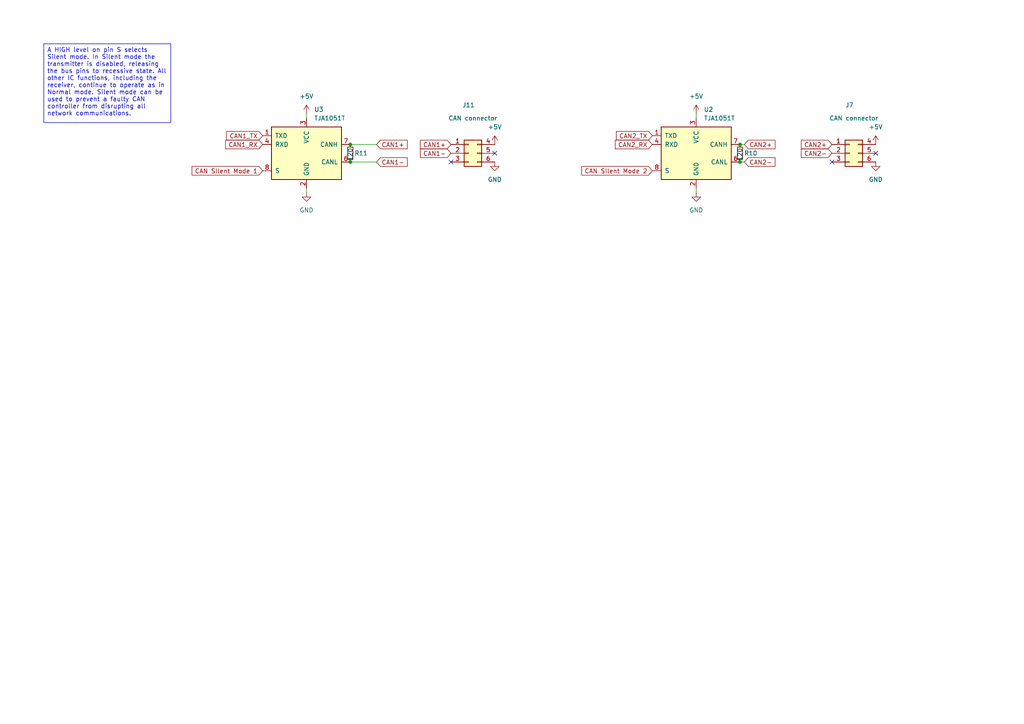
<source format=kicad_sch>
(kicad_sch (version 20230121) (generator eeschema)
  (paper "A4")
  (lib_symbols
    (symbol "Connector_Generic:Conn_02x03_Top_Bottom" (pin_names (offset 1.016) hide)
      (property "Reference" "J" (at 1.27 5.08 0))
      (property "Value" "Conn_02x03_Top_Bottom" (at 1.27 -5.08 0))
      (symbol "Conn_02x03_Top_Bottom_1_1"
        (rectangle (start -1.27 -2.413) (end 0 -2.667) (stroke (width 0.1524)))
        (rectangle (start -1.27 0.127) (end 0 -0.127) (stroke (width 0.1524)))
        (rectangle (start -1.27 2.667) (end 0 2.413) (stroke (width 0.1524)))
        (rectangle (start -1.27 3.81) (end 3.81 -3.81) (stroke (width 0.254)) (fill (type background)))
        (rectangle (start 3.81 -2.413) (end 2.54 -2.667) (stroke (width 0.1524)))
        (rectangle (start 3.81 0.127) (end 2.54 -0.127) (stroke (width 0.1524)))
        (rectangle (start 3.81 2.667) (end 2.54 2.413) (stroke (width 0.1524)))
        (pin passive line (at -5.08 2.54 0) (length 3.81) (name "Pin_1") (number "1"))
        (pin passive line (at -5.08 0 0) (length 3.81) (name "Pin_2") (number "2"))
        (pin passive line (at -5.08 -2.54 0) (length 3.81) (name "Pin_3") (number "3"))
        (pin passive line (at 7.62 2.54 180) (length 3.81) (name "Pin_4") (number "4"))
        (pin passive line (at 7.62 0 180) (length 3.81) (name "Pin_5") (number "5"))
        (pin passive line (at 7.62 -2.54 180) (length 3.81) (name "Pin_6") (number "6"))
      )
    )
    (symbol "Device:R_Small" (pin_numbers hide) (pin_names (offset 0.254) hide)
      (property "Reference" "R" (at 0.762 0.508 0))
      (property "Value" "R_Small" (at 0.762 -1.016 0))
      (symbol "R_Small_0_1"
        (rectangle (start -0.762 1.778) (end 0.762 -1.778) (stroke (width 0.2032)))
      )
      (symbol "R_Small_1_1"
        (pin passive line (at 0 2.54 270) (length 0.762) (name "~") (number "1"))
        (pin passive line (at 0 -2.54 90) (length 0.762) (name "~") (number "2"))
      )
    )
    (symbol "Interface_CAN_LIN:TJA1051T" (pin_names (offset 1.016))
      (property "Reference" "U" (at -10.16 8.89 0))
      (property "Value" "TJA1051T" (at 1.27 8.89 0))
      (symbol "TJA1051T_0_1"
        (rectangle (start -10.16 7.62) (end 10.16 -7.62) (stroke (width 0.254)) (fill (type background)))
      )
      (symbol "TJA1051T_1_1"
        (pin input line (at -12.7 5.08 0) (length 2.54) (name "TXD") (number "1"))
        (pin power_in line (at 0 -10.16 90) (length 2.54) (name "GND") (number "2"))
        (pin power_in line (at 0 10.16 270) (length 2.54) (name "VCC") (number "3"))
        (pin output line (at -12.7 2.54 0) (length 2.54) (name "RXD") (number "4"))
        (pin no_connect line (at -10.16 -2.54 0) (length 2.54) hide (name "NC") (number "5"))
        (pin bidirectional line (at 12.7 -2.54 180) (length 2.54) (name "CANL") (number "6"))
        (pin bidirectional line (at 12.7 2.54 180) (length 2.54) (name "CANH") (number "7"))
        (pin input line (at -12.7 -5.08 0) (length 2.54) (name "S") (number "8"))
      )
    )
    (symbol "power:+5V" (power) (pin_names (offset 0))
      (property "Value" "+5V" (at 0 3.556 0))
      (symbol "+5V_0_1"
        (polyline (pts (xy -0.762 1.27) (xy 0 2.54)))
        (polyline (pts (xy 0 0) (xy 0 2.54)))
        (polyline (pts (xy 0 2.54) (xy 0.762 1.27)))
      )
      (symbol "+5V_1_1"
        (pin power_in line (at 0 0 90) (length 0) hide (name "+5V") (number "1"))
      )
    )
    (symbol "power:GND" (power) (pin_names (offset 0))
      (property "Value" "GND" (at 0 -3.81 0))
      (symbol "GND_0_1"
        (polyline (pts (xy 0 0) (xy 0 -1.27) (xy 1.27 -1.27) (xy 0 -2.54) (xy -1.27 -1.27) (xy 0 -1.27)))
      )
      (symbol "GND_1_1"
        (pin power_in line (at 0 0 270) (length 0) hide (name "GND") (number "1"))
      )
    )
  )
  (junction (at 101.6 41.91))
  (junction (at 101.6 46.99))
  (junction (at 214.63 46.99))
  (junction (at 214.63 41.91))
  (no_connect (at 241.3 46.99))
  (no_connect (at 254 44.45))
  (no_connect (at 143.51 44.45))
  (no_connect (at 130.81 46.99))
  (wire (pts (xy 201.93 55.88) (xy 201.93 54.61)))
  (wire (pts (xy 201.93 33.02) (xy 201.93 34.29)))
  (wire (pts (xy 88.9 55.88) (xy 88.9 54.61)))
  (wire (pts (xy 109.22 46.99) (xy 101.6 46.99)))
  (wire (pts (xy 215.9 46.99) (xy 214.63 46.99)))
  (wire (pts (xy 88.9 33.02) (xy 88.9 34.29)))
  (wire (pts (xy 215.9 41.91) (xy 214.63 41.91)))
  (wire (pts (xy 109.22 41.91) (xy 101.6 41.91)))
  (text_box "A HIGH level on pin S selects Silent mode. In Silent mode the transmitter is disabled, releasing the bus pins to recessive state. All other IC functions, including the receiver, continue to operate as in Normal mode. Silent mode can be used to prevent a faulty CAN controller from disrupting all network communications." (at 12.7 12.7 0) (size 36.83 22.86) (effects (font (size 1.27 1.27)) (justify left top)))
  (global_label "CAN1-" (shape input) (at 130.81 44.45 180) (property "Intersheetrefs" "${INTERSHEET_REFS}" (effects hide)))
  (global_label "CAN1_TX" (shape input) (at 76.2 39.37 180) (property "Intersheetrefs" "${INTERSHEET_REFS}" (effects hide)))
  (global_label "CAN1_RX" (shape input) (at 76.2 41.91 180) (property "Intersheetrefs" "${INTERSHEET_REFS}" (effects hide)))
  (global_label "CAN1+" (shape input) (at 130.81 41.91 180) (property "Intersheetrefs" "${INTERSHEET_REFS}" (effects hide)))
  (global_label "CAN1+" (shape input) (at 109.22 41.91 0) (property "Intersheetrefs" "${INTERSHEET_REFS}" (effects hide)))
  (global_label "CAN2-" (shape input) (at 215.9 46.99 0) (property "Intersheetrefs" "${INTERSHEET_REFS}" (effects hide)))
  (global_label "CAN2_RX" (shape input) (at 189.23 41.91 180) (property "Intersheetrefs" "${INTERSHEET_REFS}" (effects hide)))
  (global_label "CAN2+" (shape input) (at 241.3 41.91 180) (property "Intersheetrefs" "${INTERSHEET_REFS}" (effects hide)))
  (global_label "CAN1-" (shape input) (at 109.22 46.99 0) (property "Intersheetrefs" "${INTERSHEET_REFS}" (effects hide)))
  (global_label "CAN SIlent Mode 1" (shape input) (at 76.2 49.53 180) (property "Intersheetrefs" "${INTERSHEET_REFS}" (effects hide)))
  (global_label "CAN2+" (shape input) (at 215.9 41.91 0) (property "Intersheetrefs" "${INTERSHEET_REFS}" (effects hide)))
  (global_label "CAN SIlent Mode 2" (shape input) (at 189.23 49.53 180) (property "Intersheetrefs" "${INTERSHEET_REFS}" (effects hide)))
  (global_label "CAN2_TX" (shape input) (at 189.23 39.37 180) (property "Intersheetrefs" "${INTERSHEET_REFS}" (effects hide)))
  (global_label "CAN2-" (shape input) (at 241.3 44.45 180) (property "Intersheetrefs" "${INTERSHEET_REFS}" (effects hide)))
  (symbol (lib_id "Interface_CAN_LIN:TJA1051T") (at 201.93 44.45 0) (unit 1)
    (property "Reference" "U2" (at 204.1241 31.75 0) (effects (justify left)))
    (property "Value" "TJA1051T" (at 204.1241 34.29 0) (effects (justify left)))
    (property "Footprint" "Package_SO:SOIC-8_3.9x4.9mm_P1.27mm" (effects hide))
    (property "Datasheet" "http://www.nxp.com/docs/en/data-sheet/TJA1051.pdf" (effects hide))
    (property "JLCpart#" "C38695" (effects hide))
  )
  (symbol (lib_id "power:GND") (at 254 46.99 0) (unit 1)
    (property "Reference" "#PWR034" (effects hide))
    (property "Value" "GND" (at 254 52.07 0))
  )
  (symbol (lib_id "power:+5V") (at 143.51 41.91 0) (unit 1)
    (property "Reference" "#PWR071" (effects hide))
    (property "Value" "+5V" (at 143.51 36.83 0))
  )
  (symbol (lib_id "Interface_CAN_LIN:TJA1051T") (at 88.9 44.45 0) (unit 1)
    (property "Reference" "U3" (at 91.0941 31.75 0) (effects (justify left)))
    (property "Value" "TJA1051T" (at 91.0941 34.29 0) (effects (justify left)))
    (property "Footprint" "Package_SO:SOIC-8_3.9x4.9mm_P1.27mm" (effects hide))
    (property "Datasheet" "http://www.nxp.com/docs/en/data-sheet/TJA1051.pdf" (effects hide))
    (property "JLCpart#" "C38695" (effects hide))
  )
  (symbol (lib_id "Device:R_Small") (at 214.63 44.45 180) (unit 1)
    (property "Reference" "R10" (at 219.71 44.45 0) (effects (justify left)))
    (property "Value" "120 " (at 214.63 41.91 90) (effects (justify left)))
    (property "Footprint" "Resistor_SMD:R_0603_1608Metric_Pad0.98x0.95mm_HandSolder" (effects hide))
    (property "JLCpart#" "C2906988" (effects hide))
  )
  (symbol (lib_id "power:GND") (at 143.51 46.99 0) (unit 1)
    (property "Reference" "#PWR072" (effects hide))
    (property "Value" "GND" (at 143.51 52.07 0))
  )
  (symbol (lib_id "Connector_Generic:Conn_02x03_Top_Bottom") (at 246.38 44.45 0) (unit 1)
    (property "Reference" "J7" (at 246.38 30.48 0))
    (property "Value" "CAN connector" (at 247.65 34.29 0))
    (property "Footprint" "NewMolexLibrary:Molex_MegaFit_2x03x5.70mm_Angled" (effects hide))
  )
  (symbol (lib_id "power:GND") (at 201.93 55.88 0) (unit 1)
    (property "Reference" "#PWR032" (effects hide))
    (property "Value" "GND" (at 201.93 60.96 0))
  )
  (symbol (lib_id "power:+5V") (at 254 41.91 0) (unit 1)
    (property "Reference" "#PWR033" (effects hide))
    (property "Value" "+5V" (at 254 36.83 0))
  )
  (symbol (lib_id "Connector_Generic:Conn_02x03_Top_Bottom") (at 135.89 44.45 0) (unit 1)
    (property "Reference" "J11" (at 135.89 30.48 0))
    (property "Value" "CAN connector" (at 137.16 34.29 0))
    (property "Footprint" "NewMolexLibrary:Molex_MegaFit_2x03x5.70mm_Angled" (effects hide))
  )
  (symbol (lib_id "Device:R_Small") (at 101.6 44.45 180) (unit 1)
    (property "Reference" "R11" (at 106.68 44.45 0) (effects (justify left)))
    (property "Value" "120 " (at 101.6 41.91 90) (effects (justify left)))
    (property "Footprint" "Resistor_SMD:R_0603_1608Metric_Pad0.98x0.95mm_HandSolder" (effects hide))
    (property "JLCpart#" "C2906988" (effects hide))
  )
  (symbol (lib_id "power:+5V") (at 201.93 33.02 0) (unit 1)
    (property "Reference" "#PWR031" (effects hide))
    (property "Value" "+5V" (at 201.93 27.94 0))
  )
  (symbol (lib_id "power:GND") (at 88.9 55.88 0) (unit 1)
    (property "Reference" "#PWR073" (effects hide))
    (property "Value" "GND" (at 88.9 60.96 0))
  )
  (symbol (lib_id "power:+5V") (at 88.9 33.02 0) (unit 1)
    (property "Reference" "#PWR070" (effects hide))
    (property "Value" "+5V" (at 88.9 27.94 0))
  )
)
</source>
